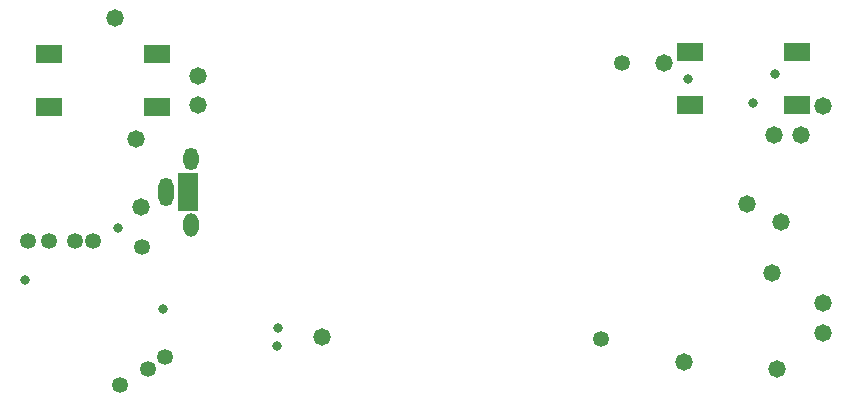
<source format=gbs>
G04*
G04 #@! TF.GenerationSoftware,Altium Limited,Altium Designer,19.1.7 (138)*
G04*
G04 Layer_Color=16711935*
%FSLAX25Y25*%
%MOIN*%
G70*
G01*
G75*
%ADD33O,0.05131X0.07493*%
%ADD34O,0.05131X0.07887*%
%ADD35O,0.05131X0.09461*%
%ADD36C,0.05800*%
%ADD37C,0.05300*%
%ADD38C,0.03300*%
%ADD67R,0.09068X0.06312*%
%ADD68R,0.06706X0.02572*%
D33*
X142732Y211524D02*
D03*
D34*
Y189476D02*
D03*
D35*
X134268Y200500D02*
D03*
D36*
X300500Y243500D02*
D03*
X145000Y239000D02*
D03*
X346000Y219500D02*
D03*
X186500Y152000D02*
D03*
X117500Y258500D02*
D03*
X95500Y228783D02*
D03*
X307000Y143972D02*
D03*
X338224Y141500D02*
D03*
X353500Y153500D02*
D03*
Y163500D02*
D03*
X336500Y173500D02*
D03*
X145000Y229500D02*
D03*
X339500Y190500D02*
D03*
X126000Y195500D02*
D03*
X124500Y218000D02*
D03*
X328000Y196474D02*
D03*
X337000Y219500D02*
D03*
X353500Y229000D02*
D03*
D37*
X286500Y243500D02*
D03*
X279500Y151500D02*
D03*
X126500Y182000D02*
D03*
X110000Y184000D02*
D03*
X95328D02*
D03*
X104000D02*
D03*
X134000Y145500D02*
D03*
X119000Y136000D02*
D03*
X128500Y141500D02*
D03*
X88500Y184000D02*
D03*
D38*
X87500Y171000D02*
D03*
X171636Y155000D02*
D03*
X171500Y149000D02*
D03*
X308500Y238000D02*
D03*
X118500Y188500D02*
D03*
X133500Y161500D02*
D03*
X131500Y246500D02*
D03*
X95500D02*
D03*
X330000Y230000D02*
D03*
X337453Y239902D02*
D03*
X345000Y247500D02*
D03*
D67*
X131327Y228783D02*
D03*
X95500D02*
D03*
X131327Y246500D02*
D03*
X95500D02*
D03*
X309000Y247217D02*
D03*
X344827D02*
D03*
X309000Y229500D02*
D03*
X344827D02*
D03*
D68*
X141748Y205618D02*
D03*
Y203059D02*
D03*
Y200500D02*
D03*
Y197941D02*
D03*
Y195382D02*
D03*
M02*

</source>
